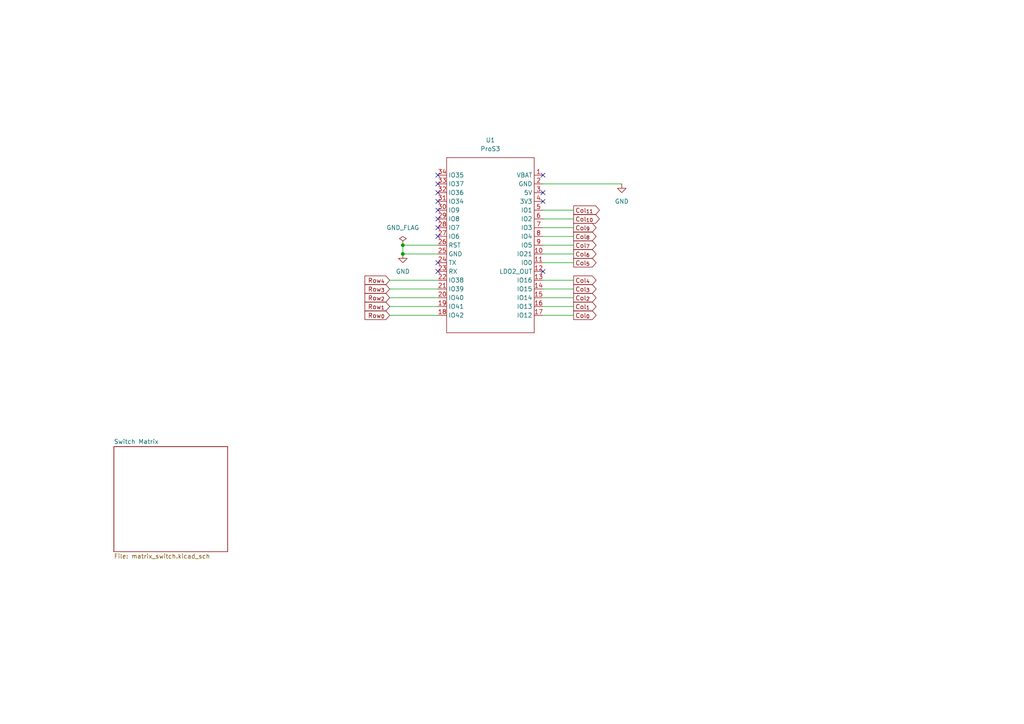
<source format=kicad_sch>
(kicad_sch (version 20250114) (generator "eeschema") (generator_version "9.0")
  (paper "A4")
  (title_block (title "Advanced Clicky Input Device") (company "Jakub Hlusička"))
  (lib_symbols
    (symbol "UnexpectedMaker:ProS3"
      (property "Reference" "U" (at 0 -28.956 0))
      (property "Value" "ProS3" (at -0.508 27.178 0))
      (symbol "ProS3_0_1"
        (rectangle (start -12.7 25.4) (end 12.7 -25.4) (stroke (width 0.1524)))
      )
      (symbol "ProS3_1_1"
        (pin bidirectional line (at -15.24 20.32 0) (length 2.54) (name "IO35") (number "34"))
        (pin bidirectional line (at -15.24 17.78 0) (length 2.54) (name "IO37") (number "33"))
        (pin bidirectional line (at -15.24 15.24 0) (length 2.54) (name "IO36") (number "32"))
        (pin bidirectional line (at -15.24 12.7 0) (length 2.54) (name "IO34") (number "31"))
        (pin bidirectional line (at -15.24 10.16 0) (length 2.54) (name "IO9") (number "30"))
        (pin bidirectional line (at -15.24 7.62 0) (length 2.54) (name "IO8") (number "29"))
        (pin bidirectional line (at -15.24 5.08 0) (length 2.54) (name "IO7") (number "28"))
        (pin bidirectional line (at -15.24 2.54 0) (length 2.54) (name "IO6") (number "27"))
        (pin input line (at -15.24 0 0) (length 2.54) (name "RST") (number "26"))
        (pin power_in line (at -15.24 -2.54 0) (length 2.54) (name "GND") (number "25"))
        (pin bidirectional line (at -15.24 -5.08 0) (length 2.54) (name "TX") (number "24"))
        (pin bidirectional line (at -15.24 -7.62 0) (length 2.54) (name "RX") (number "23"))
        (pin bidirectional line (at -15.24 -10.16 0) (length 2.54) (name "IO38") (number "22"))
        (pin bidirectional line (at -15.24 -12.7 0) (length 2.54) (name "IO39") (number "21"))
        (pin bidirectional line (at -15.24 -15.24 0) (length 2.54) (name "IO40") (number "20"))
        (pin bidirectional line (at -15.24 -17.78 0) (length 2.54) (name "IO41") (number "19"))
        (pin bidirectional line (at -15.24 -20.32 0) (length 2.54) (name "IO42") (number "18"))
        (pin power_in line (at 15.24 20.32 180) (length 2.54) (name "VBAT") (number "1"))
        (pin power_in line (at 15.24 17.78 180) (length 2.54) (name "GND") (number "2"))
        (pin power_in line (at 15.24 15.24 180) (length 2.54) (name "5V") (number "3"))
        (pin power_in line (at 15.24 12.7 180) (length 2.54) (name "3V3") (number "4"))
        (pin bidirectional line (at 15.24 10.16 180) (length 2.54) (name "IO1") (number "5"))
        (pin bidirectional line (at 15.24 7.62 180) (length 2.54) (name "IO2") (number "6"))
        (pin bidirectional line (at 15.24 5.08 180) (length 2.54) (name "IO3") (number "7"))
        (pin bidirectional line (at 15.24 2.54 180) (length 2.54) (name "IO4") (number "8"))
        (pin bidirectional line (at 15.24 0 180) (length 2.54) (name "IO5") (number "9"))
        (pin bidirectional line (at 15.24 -2.54 180) (length 2.54) (name "IO21") (number "10"))
        (pin bidirectional line (at 15.24 -5.08 180) (length 2.54) (name "IO0") (number "11"))
        (pin power_out line (at 15.24 -7.62 180) (length 2.54) (name "LDO2_OUT") (number "12"))
        (pin bidirectional line (at 15.24 -10.16 180) (length 2.54) (name "IO16") (number "13"))
        (pin bidirectional line (at 15.24 -12.7 180) (length 2.54) (name "IO15") (number "14"))
        (pin bidirectional line (at 15.24 -15.24 180) (length 2.54) (name "IO14") (number "15"))
        (pin bidirectional line (at 15.24 -17.78 180) (length 2.54) (name "IO13") (number "16"))
        (pin bidirectional line (at 15.24 -20.32 180) (length 2.54) (name "IO12") (number "17"))
      )
    )
    (symbol "power:GND" (power) (pin_numbers (hide yes)) (pin_names (offset 0) (hide yes))
      (property "Value" "GND" (at 0 -3.81 0))
      (symbol "GND_0_1"
        (polyline (pts (xy 0 0) (xy 0 -1.27) (xy 1.27 -1.27) (xy 0 -2.54) (xy -1.27 -1.27) (xy 0 -1.27)))
      )
      (symbol "GND_1_1"
        (pin power_in line (at 0 0 270) (length 0) (name "~") (number "1"))
      )
    )
    (symbol "power:PWR_FLAG" (power) (pin_numbers (hide yes)) (pin_names (offset 0) (hide yes))
      (property "Value" "PWR_FLAG" (at 0 3.81 0))
      (symbol "PWR_FLAG_0_0"
        (pin power_out line (at 0 0 90) (length 0) (name "~") (number "1"))
      )
      (symbol "PWR_FLAG_0_1"
        (polyline (pts (xy 0 0) (xy 0 1.27) (xy -1.016 1.905) (xy 0 2.54) (xy 1.016 1.905) (xy 0 1.27)))
      )
    )
  )
  (junction (at 116.84 71.12))
  (junction (at 116.84 73.66))
  (no_connect (at 127 68.58))
  (no_connect (at 157.48 78.74))
  (no_connect (at 127 66.04))
  (no_connect (at 157.48 55.88))
  (no_connect (at 127 63.5))
  (no_connect (at 157.48 58.42))
  (no_connect (at 127 55.88))
  (no_connect (at 127 76.2))
  (no_connect (at 157.48 50.8))
  (no_connect (at 127 53.34))
  (no_connect (at 127 50.8))
  (no_connect (at 127 78.74))
  (no_connect (at 127 60.96))
  (no_connect (at 127 58.42))
  (wire (pts (xy 157.48 86.36) (xy 166.37 86.36)))
  (wire (pts (xy 157.48 81.28) (xy 166.37 81.28)))
  (wire (pts (xy 127 71.12) (xy 116.84 71.12)))
  (wire (pts (xy 157.48 88.9) (xy 166.37 88.9)))
  (wire (pts (xy 113.03 83.82) (xy 127 83.82)))
  (wire (pts (xy 157.48 76.2) (xy 166.37 76.2)))
  (wire (pts (xy 116.84 73.66) (xy 127 73.66)))
  (wire (pts (xy 157.48 68.58) (xy 166.37 68.58)))
  (wire (pts (xy 157.48 91.44) (xy 166.37 91.44)))
  (wire (pts (xy 157.48 60.96) (xy 166.37 60.96)))
  (wire (pts (xy 113.03 81.28) (xy 127 81.28)))
  (wire (pts (xy 157.48 71.12) (xy 166.37 71.12)))
  (wire (pts (xy 116.84 71.12) (xy 116.84 73.66)))
  (wire (pts (xy 113.03 88.9) (xy 127 88.9)))
  (wire (pts (xy 113.03 91.44) (xy 127 91.44)))
  (wire (pts (xy 157.48 83.82) (xy 166.37 83.82)))
  (wire (pts (xy 113.03 86.36) (xy 127 86.36)))
  (wire (pts (xy 157.48 53.34) (xy 180.34 53.34)))
  (wire (pts (xy 157.48 63.5) (xy 166.37 63.5)))
  (wire (pts (xy 157.48 66.04) (xy 166.37 66.04)))
  (wire (pts (xy 157.48 73.66) (xy 166.37 73.66)))
  (global_label "Col_{3}" (shape output) (at 166.37 83.82 0) (property "Intersheetrefs" "${INTERSHEET_REFS}" (effects (hide yes))))
  (global_label "Row_{3}" (shape input) (at 113.03 83.82 180) (property "Intersheetrefs" "${INTERSHEET_REFS}" (effects (hide yes))))
  (global_label "Col_{2}" (shape output) (at 166.37 86.36 0) (property "Intersheetrefs" "${INTERSHEET_REFS}" (effects (hide yes))))
  (global_label "Row_{0}" (shape input) (at 113.03 91.44 180) (property "Intersheetrefs" "${INTERSHEET_REFS}" (effects (hide yes))))
  (global_label "Col_{10}" (shape output) (at 166.37 63.5 0) (property "Intersheetrefs" "${INTERSHEET_REFS}" (effects (hide yes))))
  (global_label "Row_{1}" (shape input) (at 113.03 88.9 180) (property "Intersheetrefs" "${INTERSHEET_REFS}" (effects (hide yes))))
  (global_label "Col_{5}" (shape output) (at 166.37 76.2 0) (property "Intersheetrefs" "${INTERSHEET_REFS}" (effects (hide yes))))
  (global_label "Row_{4}" (shape input) (at 113.03 81.28 180) (property "Intersheetrefs" "${INTERSHEET_REFS}" (effects (hide yes))))
  (global_label "Col_{11}" (shape output) (at 166.37 60.96 0) (property "Intersheetrefs" "${INTERSHEET_REFS}" (effects (hide yes))))
  (global_label "Col_{9}" (shape output) (at 166.37 66.04 0) (property "Intersheetrefs" "${INTERSHEET_REFS}" (effects (hide yes))))
  (global_label "Col_{7}" (shape output) (at 166.37 71.12 0) (property "Intersheetrefs" "${INTERSHEET_REFS}" (effects (hide yes))))
  (global_label "Col_{6}" (shape output) (at 166.37 73.66 0) (property "Intersheetrefs" "${INTERSHEET_REFS}" (effects (hide yes))))
  (global_label "Row_{2}" (shape input) (at 113.03 86.36 180) (property "Intersheetrefs" "${INTERSHEET_REFS}" (effects (hide yes))))
  (global_label "Col_{4}" (shape output) (at 166.37 81.28 0) (property "Intersheetrefs" "${INTERSHEET_REFS}" (effects (hide yes))))
  (global_label "Col_{8}" (shape output) (at 166.37 68.58 0) (property "Intersheetrefs" "${INTERSHEET_REFS}" (effects (hide yes))))
  (global_label "Col_{0}" (shape output) (at 166.37 91.44 0) (property "Intersheetrefs" "${INTERSHEET_REFS}" (effects (hide yes))))
  (global_label "Col_{1}" (shape output) (at 166.37 88.9 0) (property "Intersheetrefs" "${INTERSHEET_REFS}" (effects (hide yes))))
  (symbol (lib_id "power:PWR_FLAG") (at 116.84 71.12 0) (unit 1)
    (property "Reference" "#FLG01" (effects (hide yes)))
    (property "Value" "GND_FLAG" (at 116.84 66.04 0))
    (property "Description" "Special symbol for telling ERC where power comes from" (effects (hide yes)))
  )
  (symbol (lib_id "power:GND") (at 116.84 73.66 0) (unit 1)
    (property "Reference" "#PWR02" (effects (hide yes)))
    (property "Value" "GND" (at 116.84 78.74 0))
    (property "Description" "Power symbol creates a global label with name \"GND\" , ground" (effects (hide yes)))
  )
  (symbol (lib_id "UnexpectedMaker:ProS3") (at 142.24 71.12 0) (unit 1)
    (property "Reference" "U1" (at 142.24 40.64 0))
    (property "Value" "ProS3" (at 142.24 43.18 0))
    (property "Footprint" "UnexpectedMaker:ProS3_TH" (effects (hide yes)))
  )
  (symbol (lib_id "power:GND") (at 180.34 53.34 0) (unit 1)
    (property "Reference" "#PWR01" (effects (hide yes)))
    (property "Value" "GND" (at 180.34 58.42 0))
    (property "Description" "Power symbol creates a global label with name \"GND\" , ground" (effects (hide yes)))
  )
  (sheet (at 33.02 129.54) (size 33.02 30.48) (stroke (width 0.1524))
    (property "Sheetname" "Switch Matrix" (at 33.02 128.8284 0) (effects (justify left bottom)))
    (property "Sheetfile" "matrix_switch.kicad_sch" (at 33.02 160.6046 0) (effects (justify left top)))
  )
)
</source>
